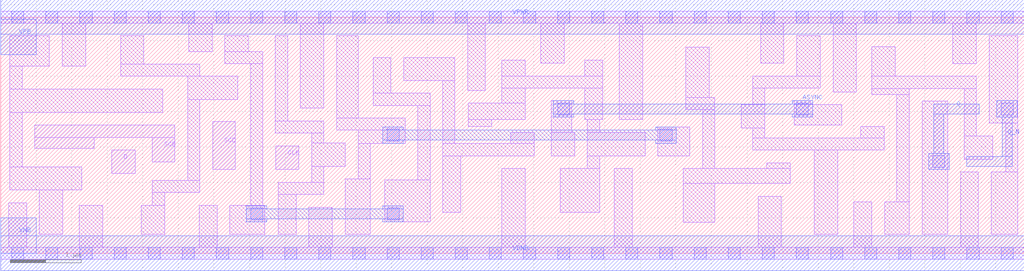
<source format=lef>
# Copyright 2020 The SkyWater PDK Authors
#
# Licensed under the Apache License, Version 2.0 (the "License");
# you may not use this file except in compliance with the License.
# You may obtain a copy of the License at
#
#     https://www.apache.org/licenses/LICENSE-2.0
#
# Unless required by applicable law or agreed to in writing, software
# distributed under the License is distributed on an "AS IS" BASIS,
# WITHOUT WARRANTIES OR CONDITIONS OF ANY KIND, either express or implied.
# See the License for the specific language governing permissions and
# limitations under the License.
#
# SPDX-License-Identifier: Apache-2.0

VERSION 5.5 ;
NAMESCASESENSITIVE ON ;
BUSBITCHARS "[]" ;
DIVIDERCHAR "/" ;
MACRO sky130_fd_sc_lp__sregrbp_1
  CLASS CORE ;
  SOURCE USER ;
  ORIGIN  0.000000  0.000000 ;
  SIZE  14.40000 BY  3.330000 ;
  SYMMETRY X Y R90 ;
  SITE unit ;
  PIN ASYNC
    ANTENNADIFFAREA  2.708750 ;
    ANTENNAPARTIALMETALSIDEAREA  2.541000 ;
    DIRECTION INPUT ;
    USE SIGNAL ;
    PORT
      LAYER met1 ;
        RECT  7.775000 1.920000  8.065000 1.965000 ;
        RECT  7.775000 1.965000 11.425000 2.105000 ;
        RECT  7.775000 2.105000  8.065000 2.150000 ;
        RECT 11.135000 1.920000 11.425000 1.965000 ;
        RECT 11.135000 2.105000 11.425000 2.150000 ;
    END
  END ASYNC
  PIN D
    ANTENNAGATEAREA  0.126000 ;
    DIRECTION INPUT ;
    USE SIGNAL ;
    PORT
      LAYER li1 ;
        RECT 1.560000 1.125000 1.890000 1.455000 ;
    END
  END D
  PIN Q
    ANTENNADIFFAREA  0.598500 ;
    ANTENNAPARTIALMETALSIDEAREA  0.980000 ;
    DIRECTION OUTPUT ;
    USE SIGNAL ;
    PORT
      LAYER met1 ;
        RECT 13.055000 1.180000 13.345000 1.410000 ;
        RECT 13.130000 1.410000 13.270000 1.965000 ;
        RECT 13.130000 1.965000 13.765000 2.105000 ;
    END
  END Q
  PIN Q_N
    ANTENNADIFFAREA  0.598500 ;
    ANTENNAPARTIALMETALSIDEAREA  0.980000 ;
    DIRECTION OUTPUT ;
    USE SIGNAL ;
    PORT
      LAYER met1 ;
        RECT 13.595000 1.225000 14.230000 1.365000 ;
        RECT 14.015000 1.920000 14.305000 2.150000 ;
        RECT 14.090000 1.365000 14.230000 1.920000 ;
    END
  END Q_N
  PIN SCD
    ANTENNAGATEAREA  0.126000 ;
    DIRECTION INPUT ;
    USE SIGNAL ;
    PORT
      LAYER li1 ;
        RECT 2.980000 1.180000 3.300000 1.855000 ;
    END
  END SCD
  PIN SCE
    ANTENNAGATEAREA  0.252000 ;
    DIRECTION INPUT ;
    USE SIGNAL ;
    PORT
      LAYER li1 ;
        RECT 0.480000 1.475000 1.315000 1.635000 ;
        RECT 0.480000 1.635000 2.450000 1.805000 ;
        RECT 2.130000 1.285000 2.450000 1.635000 ;
    END
  END SCE
  PIN CLK
    ANTENNAGATEAREA  0.315000 ;
    DIRECTION INPUT ;
    USE CLOCK ;
    PORT
      LAYER li1 ;
        RECT 3.870000 1.180000 4.195000 1.515000 ;
    END
  END CLK
  PIN VGND
    DIRECTION INOUT ;
    USE GROUND ;
    PORT
      LAYER met1 ;
        RECT 0.000000 -0.245000 14.400000 0.245000 ;
    END
  END VGND
  PIN VNB
    DIRECTION INOUT ;
    USE GROUND ;
    PORT
      LAYER met1 ;
        RECT 0.000000 0.000000 0.500000 0.500000 ;
    END
  END VNB
  PIN VPB
    DIRECTION INOUT ;
    USE POWER ;
    PORT
      LAYER met1 ;
        RECT 0.000000 2.800000 0.500000 3.300000 ;
    END
  END VPB
  PIN VPWR
    DIRECTION INOUT ;
    USE POWER ;
    PORT
      LAYER met1 ;
        RECT 0.000000 3.085000 14.400000 3.575000 ;
    END
  END VPWR
  OBS
    LAYER li1 ;
      RECT  0.000000 -0.085000 14.400000 0.085000 ;
      RECT  0.000000  3.245000 14.400000 3.415000 ;
      RECT  0.115000  0.085000  0.365000 0.710000 ;
      RECT  0.130000  0.890000  1.140000 1.220000 ;
      RECT  0.130000  1.220000  0.300000 1.985000 ;
      RECT  0.130000  1.985000  2.280000 2.315000 ;
      RECT  0.130000  2.315000  0.300000 2.635000 ;
      RECT  0.130000  2.635000  0.685000 3.065000 ;
      RECT  0.545000  0.265000  0.875000 0.890000 ;
      RECT  0.865000  2.635000  1.195000 3.245000 ;
      RECT  1.105000  0.085000  1.435000 0.675000 ;
      RECT  1.685000  2.495000  2.800000 2.665000 ;
      RECT  1.685000  2.665000  2.015000 3.065000 ;
      RECT  1.975000  0.265000  2.305000 0.675000 ;
      RECT  2.135000  0.675000  2.305000 0.855000 ;
      RECT  2.135000  0.855000  2.800000 1.025000 ;
      RECT  2.630000  1.025000  2.800000 2.165000 ;
      RECT  2.630000  2.165000  3.335000 2.495000 ;
      RECT  2.645000  2.845000  2.975000 3.245000 ;
      RECT  2.795000  0.085000  3.045000 0.675000 ;
      RECT  3.155000  2.675000  3.685000 2.845000 ;
      RECT  3.155000  2.845000  3.485000 3.065000 ;
      RECT  3.225000  0.265000  3.715000 0.675000 ;
      RECT  3.515000  0.675000  3.685000 2.675000 ;
      RECT  3.865000  1.695000  4.545000 1.865000 ;
      RECT  3.865000  1.865000  4.035000 3.065000 ;
      RECT  3.905000  0.265000  4.155000 0.830000 ;
      RECT  3.905000  0.830000  4.545000 1.000000 ;
      RECT  4.215000  2.045000  4.545000 3.245000 ;
      RECT  4.335000  0.085000  4.665000 0.650000 ;
      RECT  4.375000  1.000000  4.545000 1.225000 ;
      RECT  4.375000  1.225000  4.850000 1.555000 ;
      RECT  4.375000  1.555000  4.545000 1.695000 ;
      RECT  4.725000  1.735000  5.690000 1.905000 ;
      RECT  4.725000  1.905000  5.030000 3.065000 ;
      RECT  4.845000  0.265000  5.200000 1.045000 ;
      RECT  5.030000  1.045000  5.200000 1.550000 ;
      RECT  5.030000  1.550000  5.690000 1.735000 ;
      RECT  5.240000  2.085000  6.040000 2.255000 ;
      RECT  5.240000  2.255000  5.490000 2.755000 ;
      RECT  5.405000  0.440000  6.040000 1.035000 ;
      RECT  5.670000  2.435000  6.390000 2.755000 ;
      RECT  5.870000  1.035000  6.040000 2.085000 ;
      RECT  6.220000  0.575000  6.470000 1.375000 ;
      RECT  6.220000  1.375000  7.505000 1.545000 ;
      RECT  6.220000  1.545000  6.390000 2.435000 ;
      RECT  6.570000  2.295000  6.820000 3.245000 ;
      RECT  6.580000  1.785000  6.910000 1.885000 ;
      RECT  6.580000  1.885000  7.380000 2.115000 ;
      RECT  7.050000  0.085000  7.380000 1.195000 ;
      RECT  7.050000  2.115000  7.380000 2.330000 ;
      RECT  7.050000  2.330000  8.470000 2.500000 ;
      RECT  7.050000  2.500000  7.380000 2.725000 ;
      RECT  7.175000  1.545000  7.505000 1.705000 ;
      RECT  7.595000  2.680000  7.925000 3.245000 ;
      RECT  7.745000  1.375000  8.075000 1.705000 ;
      RECT  7.745000  1.705000  8.035000 2.150000 ;
      RECT  7.870000  0.575000  8.425000 1.195000 ;
      RECT  8.220000  1.885000  8.470000 2.330000 ;
      RECT  8.220000  2.500000  8.470000 2.725000 ;
      RECT  8.255000  1.195000  8.425000 1.375000 ;
      RECT  8.255000  1.375000  9.065000 1.705000 ;
      RECT  8.255000  1.705000  8.425000 1.885000 ;
      RECT  8.635000  0.085000  8.885000 1.195000 ;
      RECT  8.700000  1.885000  9.030000 3.245000 ;
      RECT  9.245000  1.375000  9.695000 1.780000 ;
      RECT  9.605000  0.435000 10.045000 0.985000 ;
      RECT  9.605000  0.985000 11.110000 1.195000 ;
      RECT  9.640000  2.025000 10.045000 2.195000 ;
      RECT  9.640000  2.195000  9.970000 2.905000 ;
      RECT  9.875000  1.195000 10.045000 2.025000 ;
      RECT 10.420000  1.765000 10.750000 2.095000 ;
      RECT 10.580000  1.455000 12.430000 1.625000 ;
      RECT 10.580000  1.625000 10.750000 1.765000 ;
      RECT 10.580000  2.095000 10.750000 2.330000 ;
      RECT 10.580000  2.330000 11.530000 2.500000 ;
      RECT 10.655000  0.085000 10.985000 0.805000 ;
      RECT 10.690000  2.680000 11.020000 3.245000 ;
      RECT 10.780000  1.195000 11.110000 1.275000 ;
      RECT 11.165000  1.805000 11.835000 2.095000 ;
      RECT 11.165000  2.095000 11.395000 2.150000 ;
      RECT 11.200000  2.500000 11.530000 3.065000 ;
      RECT 11.445000  0.265000 11.775000 1.455000 ;
      RECT 11.710000  2.275000 12.040000 3.245000 ;
      RECT 12.005000  0.085000 12.255000 0.725000 ;
      RECT 12.100000  1.625000 12.430000 1.785000 ;
      RECT 12.255000  2.235000 12.780000 2.325000 ;
      RECT 12.255000  2.325000 13.725000 2.495000 ;
      RECT 12.255000  2.495000 12.585000 2.915000 ;
      RECT 12.435000  0.265000 12.780000 0.725000 ;
      RECT 12.610000  0.725000 12.780000 2.235000 ;
      RECT 12.965000  0.265000 13.325000 2.145000 ;
      RECT 13.395000  2.675000 13.725000 3.245000 ;
      RECT 13.505000  0.085000 13.755000 1.145000 ;
      RECT 13.555000  1.325000 13.960000 1.655000 ;
      RECT 13.555000  1.655000 13.725000 2.325000 ;
      RECT 13.905000  1.835000 14.310000 3.065000 ;
      RECT 13.935000  0.265000 14.310000 1.145000 ;
      RECT 14.140000  1.145000 14.310000 1.835000 ;
    LAYER mcon ;
      RECT  0.155000 -0.085000  0.325000 0.085000 ;
      RECT  0.155000  3.245000  0.325000 3.415000 ;
      RECT  0.635000 -0.085000  0.805000 0.085000 ;
      RECT  0.635000  3.245000  0.805000 3.415000 ;
      RECT  1.115000 -0.085000  1.285000 0.085000 ;
      RECT  1.115000  3.245000  1.285000 3.415000 ;
      RECT  1.595000 -0.085000  1.765000 0.085000 ;
      RECT  1.595000  3.245000  1.765000 3.415000 ;
      RECT  2.075000 -0.085000  2.245000 0.085000 ;
      RECT  2.075000  3.245000  2.245000 3.415000 ;
      RECT  2.555000 -0.085000  2.725000 0.085000 ;
      RECT  2.555000  3.245000  2.725000 3.415000 ;
      RECT  3.035000 -0.085000  3.205000 0.085000 ;
      RECT  3.035000  3.245000  3.205000 3.415000 ;
      RECT  3.515000 -0.085000  3.685000 0.085000 ;
      RECT  3.515000  0.470000  3.685000 0.640000 ;
      RECT  3.515000  3.245000  3.685000 3.415000 ;
      RECT  3.995000 -0.085000  4.165000 0.085000 ;
      RECT  3.995000  3.245000  4.165000 3.415000 ;
      RECT  4.475000 -0.085000  4.645000 0.085000 ;
      RECT  4.475000  3.245000  4.645000 3.415000 ;
      RECT  4.955000 -0.085000  5.125000 0.085000 ;
      RECT  4.955000  3.245000  5.125000 3.415000 ;
      RECT  5.435000 -0.085000  5.605000 0.085000 ;
      RECT  5.435000  0.470000  5.605000 0.640000 ;
      RECT  5.435000  1.580000  5.605000 1.750000 ;
      RECT  5.435000  3.245000  5.605000 3.415000 ;
      RECT  5.915000 -0.085000  6.085000 0.085000 ;
      RECT  5.915000  3.245000  6.085000 3.415000 ;
      RECT  6.395000 -0.085000  6.565000 0.085000 ;
      RECT  6.395000  3.245000  6.565000 3.415000 ;
      RECT  6.875000 -0.085000  7.045000 0.085000 ;
      RECT  6.875000  3.245000  7.045000 3.415000 ;
      RECT  7.355000 -0.085000  7.525000 0.085000 ;
      RECT  7.355000  3.245000  7.525000 3.415000 ;
      RECT  7.835000 -0.085000  8.005000 0.085000 ;
      RECT  7.835000  1.950000  8.005000 2.120000 ;
      RECT  7.835000  3.245000  8.005000 3.415000 ;
      RECT  8.315000 -0.085000  8.485000 0.085000 ;
      RECT  8.315000  3.245000  8.485000 3.415000 ;
      RECT  8.795000 -0.085000  8.965000 0.085000 ;
      RECT  8.795000  3.245000  8.965000 3.415000 ;
      RECT  9.275000 -0.085000  9.445000 0.085000 ;
      RECT  9.275000  1.580000  9.445000 1.750000 ;
      RECT  9.275000  3.245000  9.445000 3.415000 ;
      RECT  9.755000 -0.085000  9.925000 0.085000 ;
      RECT  9.755000  3.245000  9.925000 3.415000 ;
      RECT 10.235000 -0.085000 10.405000 0.085000 ;
      RECT 10.235000  3.245000 10.405000 3.415000 ;
      RECT 10.715000 -0.085000 10.885000 0.085000 ;
      RECT 10.715000  3.245000 10.885000 3.415000 ;
      RECT 11.195000 -0.085000 11.365000 0.085000 ;
      RECT 11.195000  1.950000 11.365000 2.120000 ;
      RECT 11.195000  3.245000 11.365000 3.415000 ;
      RECT 11.675000 -0.085000 11.845000 0.085000 ;
      RECT 11.675000  3.245000 11.845000 3.415000 ;
      RECT 12.155000 -0.085000 12.325000 0.085000 ;
      RECT 12.155000  3.245000 12.325000 3.415000 ;
      RECT 12.635000 -0.085000 12.805000 0.085000 ;
      RECT 12.635000  3.245000 12.805000 3.415000 ;
      RECT 13.115000 -0.085000 13.285000 0.085000 ;
      RECT 13.115000  1.210000 13.285000 1.380000 ;
      RECT 13.115000  1.210000 13.285000 1.380000 ;
      RECT 13.115000  3.245000 13.285000 3.415000 ;
      RECT 13.595000 -0.085000 13.765000 0.085000 ;
      RECT 13.595000  3.245000 13.765000 3.415000 ;
      RECT 14.075000 -0.085000 14.245000 0.085000 ;
      RECT 14.075000  1.950000 14.245000 2.120000 ;
      RECT 14.075000  3.245000 14.245000 3.415000 ;
    LAYER met1 ;
      RECT 3.455000 0.440000 3.745000 0.485000 ;
      RECT 3.455000 0.485000 5.665000 0.625000 ;
      RECT 3.455000 0.625000 3.745000 0.670000 ;
      RECT 5.375000 0.440000 5.665000 0.485000 ;
      RECT 5.375000 0.625000 5.665000 0.670000 ;
      RECT 5.375000 1.550000 5.665000 1.595000 ;
      RECT 5.375000 1.595000 9.505000 1.735000 ;
      RECT 5.375000 1.735000 5.665000 1.780000 ;
      RECT 9.215000 1.550000 9.505000 1.595000 ;
      RECT 9.215000 1.735000 9.505000 1.780000 ;
  END
END sky130_fd_sc_lp__sregrbp_1
END LIBRARY

</source>
